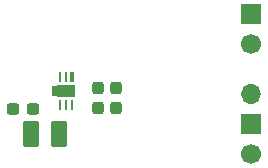
<source format=gts>
G04 #@! TF.GenerationSoftware,KiCad,Pcbnew,8.0.5*
G04 #@! TF.CreationDate,2024-10-05T21:15:00+02:00*
G04 #@! TF.ProjectId,XC9148-breakout,58433931-3438-42d6-9272-65616b6f7574,rev?*
G04 #@! TF.SameCoordinates,Original*
G04 #@! TF.FileFunction,Soldermask,Top*
G04 #@! TF.FilePolarity,Negative*
%FSLAX46Y46*%
G04 Gerber Fmt 4.6, Leading zero omitted, Abs format (unit mm)*
G04 Created by KiCad (PCBNEW 8.0.5) date 2024-10-05 21:15:00*
%MOMM*%
%LPD*%
G01*
G04 APERTURE LIST*
G04 Aperture macros list*
%AMRoundRect*
0 Rectangle with rounded corners*
0 $1 Rounding radius*
0 $2 $3 $4 $5 $6 $7 $8 $9 X,Y pos of 4 corners*
0 Add a 4 corners polygon primitive as box body*
4,1,4,$2,$3,$4,$5,$6,$7,$8,$9,$2,$3,0*
0 Add four circle primitives for the rounded corners*
1,1,$1+$1,$2,$3*
1,1,$1+$1,$4,$5*
1,1,$1+$1,$6,$7*
1,1,$1+$1,$8,$9*
0 Add four rect primitives between the rounded corners*
20,1,$1+$1,$2,$3,$4,$5,0*
20,1,$1+$1,$4,$5,$6,$7,0*
20,1,$1+$1,$6,$7,$8,$9,0*
20,1,$1+$1,$8,$9,$2,$3,0*%
G04 Aperture macros list end*
%ADD10R,0.350000X0.850000*%
%ADD11R,0.250000X0.850000*%
%ADD12R,1.600000X1.000000*%
%ADD13R,0.100000X0.900000*%
%ADD14R,0.800000X0.900000*%
%ADD15RoundRect,0.250001X0.462499X0.849999X-0.462499X0.849999X-0.462499X-0.849999X0.462499X-0.849999X0*%
%ADD16RoundRect,0.237500X0.237500X-0.300000X0.237500X0.300000X-0.237500X0.300000X-0.237500X-0.300000X0*%
%ADD17C,1.700000*%
%ADD18R,1.700000X1.700000*%
%ADD19RoundRect,0.237500X-0.300000X-0.237500X0.300000X-0.237500X0.300000X0.237500X-0.300000X0.237500X0*%
%ADD20O,1.700000X1.700000*%
G04 APERTURE END LIST*
D10*
X102260000Y-60120000D03*
D11*
X101710000Y-60120000D03*
X101210000Y-60120000D03*
X101210000Y-62470000D03*
X101710000Y-62470000D03*
X102210000Y-62470000D03*
D12*
X101710000Y-61295000D03*
D13*
X102560000Y-61295000D03*
D14*
X100860000Y-61295000D03*
D15*
X101120000Y-64930000D03*
X98795000Y-64930000D03*
D16*
X105940000Y-62745000D03*
X105940000Y-61020000D03*
D17*
X117410000Y-57280000D03*
D18*
X117410000Y-54740000D03*
D19*
X97207500Y-62790000D03*
X98932500Y-62790000D03*
D16*
X104420000Y-62740000D03*
X104420000Y-61015000D03*
D17*
X117410000Y-66630000D03*
D18*
X117410000Y-64090000D03*
D20*
X117410000Y-61550000D03*
M02*

</source>
